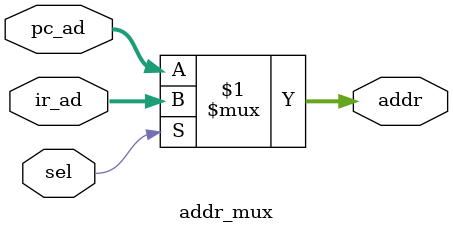
<source format=v>
`timescale 1ns / 1ps
module addr_mux(addr, sel, ir_ad, pc_ad); 
    // Address multiplexer
    // to choose address of instruction register or address of program counter
input [7:0] ir_ad, pc_ad;
input sel;
output [7:0] addr;

assign addr = (sel)? ir_ad:pc_ad;

endmodule
</source>
